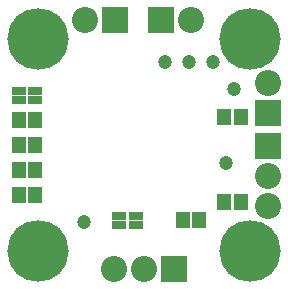
<source format=gbs>
G04 Layer_Color=16711935*
%FSLAX44Y44*%
%MOMM*%
G71*
G01*
G75*
%ADD33C,1.2032*%
%ADD35R,2.2032X2.2032*%
%ADD36C,2.2032*%
%ADD37C,5.2032*%
%ADD38R,2.2032X2.2032*%
%ADD40R,1.2032X0.7032*%
D33*
X196250Y167250D02*
D03*
X189750Y104750D02*
D03*
X69000Y55060D02*
D03*
X178350Y190000D02*
D03*
X157950D02*
D03*
X137550D02*
D03*
D35*
X95700Y226000D02*
D03*
X145400Y15000D02*
D03*
X134300Y226000D02*
D03*
D36*
X70300D02*
D03*
X120000Y15000D02*
D03*
X94600D02*
D03*
X225000Y93600D02*
D03*
Y68200D02*
D03*
X225000Y172700D02*
D03*
X159700Y226000D02*
D03*
D37*
X210000Y30000D02*
D03*
X30000D02*
D03*
Y210000D02*
D03*
X210000D02*
D03*
D38*
X225000Y119000D02*
D03*
X225000Y147300D02*
D03*
D40*
X188000Y147250D02*
D03*
Y140250D02*
D03*
X202000Y147250D02*
D03*
Y140250D02*
D03*
X202000Y68500D02*
D03*
X202000Y75500D02*
D03*
X188000Y68500D02*
D03*
Y75500D02*
D03*
X28000Y158500D02*
D03*
Y165500D02*
D03*
X14000Y158500D02*
D03*
Y165500D02*
D03*
X28000Y137500D02*
D03*
Y144500D02*
D03*
X14000Y137500D02*
D03*
Y144500D02*
D03*
X28000Y116500D02*
D03*
X28000Y123500D02*
D03*
X14000Y116500D02*
D03*
Y123500D02*
D03*
X99000Y59750D02*
D03*
X99000Y52750D02*
D03*
X113000Y59750D02*
D03*
Y52750D02*
D03*
X153000Y60000D02*
D03*
Y53000D02*
D03*
X167000Y60000D02*
D03*
Y53000D02*
D03*
X28000Y95500D02*
D03*
Y102500D02*
D03*
X14000Y95500D02*
D03*
Y102500D02*
D03*
X28000Y74500D02*
D03*
Y81500D02*
D03*
X14000Y74500D02*
D03*
Y81500D02*
D03*
M02*

</source>
